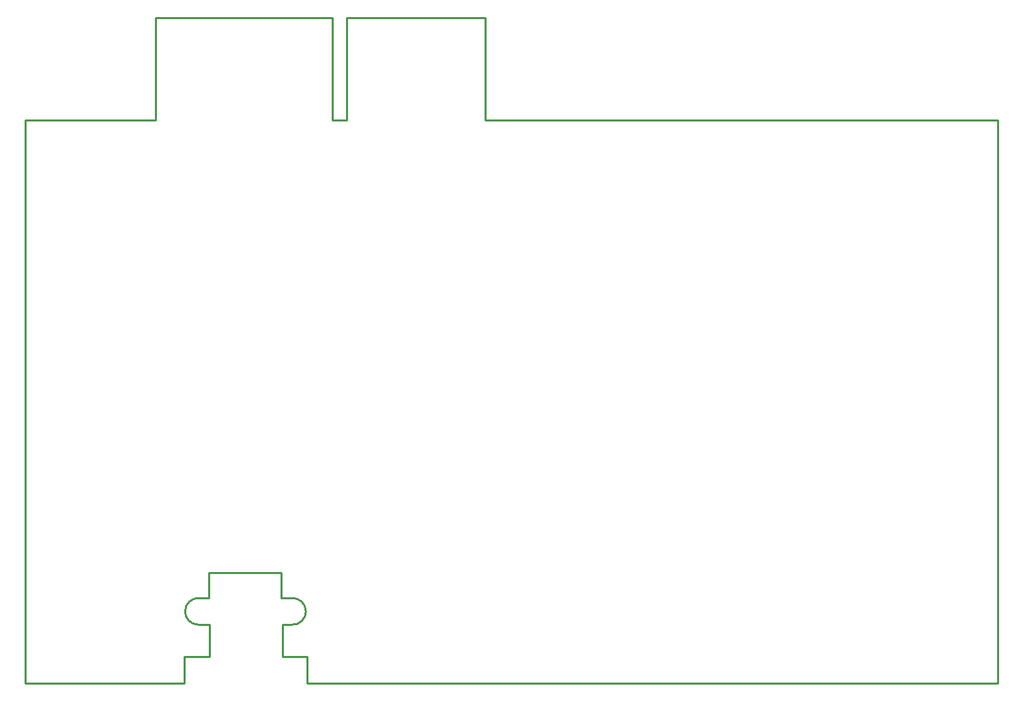
<source format=gko>
G04*
G04 #@! TF.GenerationSoftware,Altium Limited,Altium Designer,21.5.1 (32)*
G04*
G04 Layer_Color=8388736*
%FSLAX25Y25*%
%MOIN*%
G70*
G04*
G04 #@! TF.SameCoordinates,079112F4-4741-4D31-AB02-8D1F8DC72164*
G04*
G04*
G04 #@! TF.FilePolarity,Positive*
G04*
G01*
G75*
%ADD15C,0.01000*%
D15*
X85000Y80500D02*
G03*
X84500Y67500I-508J-6490D01*
G01*
X130000Y67500D02*
G03*
X130000Y80500I500J6500D01*
G01*
X0Y39000D02*
X77500D01*
Y52000D01*
X90000D01*
Y67500D01*
X84500D02*
X90000D01*
X85000Y80500D02*
X89500D01*
Y93000D01*
X125000D01*
Y80500D02*
Y93000D01*
Y80500D02*
X130000D01*
X125500Y67500D02*
X130000D01*
X125500Y52000D02*
Y67500D01*
Y52000D02*
X137500D01*
Y39000D02*
Y52000D01*
Y39000D02*
X137600Y38900D01*
X474900D01*
X475000Y39000D01*
Y314000D01*
X224500D02*
X475000D01*
X224500D02*
Y364000D01*
X157000D02*
X224500D01*
X157000Y314000D02*
Y364000D01*
X150000Y314000D02*
X157000D01*
X150000D02*
Y364000D01*
X63500D02*
X150000D01*
X63500Y314000D02*
Y364000D01*
X0Y314000D02*
X63500D01*
X0Y39000D02*
Y314000D01*
M02*

</source>
